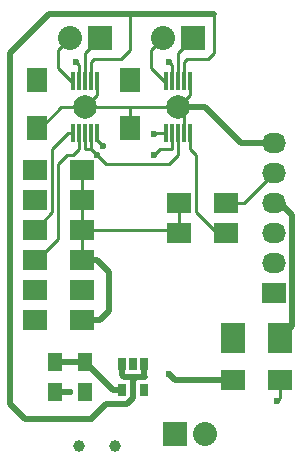
<source format=gbl>
G04 #@! TF.FileFunction,Copper,L2,Bot,Signal*
%FSLAX46Y46*%
G04 Gerber Fmt 4.6, Leading zero omitted, Abs format (unit mm)*
G04 Created by KiCad (PCBNEW 4.0.2-4+6225~38~ubuntu14.04.1-stable) date Mon 25 Apr 2016 04:48:21 PM EDT*
%MOMM*%
G01*
G04 APERTURE LIST*
%ADD10C,0.100000*%
%ADD11R,2.000000X2.500000*%
%ADD12R,1.250000X1.500000*%
%ADD13R,2.032000X1.727200*%
%ADD14O,2.032000X1.727200*%
%ADD15R,2.032000X2.032000*%
%ADD16O,2.032000X2.032000*%
%ADD17C,1.998980*%
%ADD18R,2.000000X1.700000*%
%ADD19R,1.700000X2.000000*%
%ADD20R,0.650000X1.060000*%
%ADD21R,0.300000X1.600000*%
%ADD22C,1.000760*%
%ADD23C,0.600000*%
%ADD24C,0.500000*%
%ADD25C,0.250000*%
G04 APERTURE END LIST*
D10*
D11*
X177070000Y-103124000D03*
X181070000Y-103124000D03*
D12*
X162052000Y-105176000D03*
X162052000Y-107676000D03*
X164592000Y-105176000D03*
X164592000Y-107676000D03*
D13*
X180594000Y-99314000D03*
D14*
X180594000Y-96774000D03*
X180594000Y-94234000D03*
X180594000Y-91694000D03*
X180594000Y-89154000D03*
X180594000Y-86614000D03*
D15*
X172212000Y-111252000D03*
D16*
X174752000Y-111252000D03*
D15*
X165862000Y-77724000D03*
D16*
X163322000Y-77724000D03*
D17*
X172466000Y-83566000D03*
X164592000Y-83566000D03*
D15*
X173736000Y-77724000D03*
D16*
X171196000Y-77724000D03*
D18*
X181070000Y-106680000D03*
X177070000Y-106680000D03*
D19*
X160528000Y-81312000D03*
X160528000Y-85312000D03*
X168402000Y-81312000D03*
X168402000Y-85312000D03*
D18*
X164306000Y-88900000D03*
X160306000Y-88900000D03*
X164306000Y-93980000D03*
X160306000Y-93980000D03*
X164306000Y-96520000D03*
X160306000Y-96520000D03*
X164306000Y-91440000D03*
X160306000Y-91440000D03*
X172498000Y-94234000D03*
X176498000Y-94234000D03*
X164306000Y-101600000D03*
X160306000Y-101600000D03*
X172498000Y-91694000D03*
X176498000Y-91694000D03*
X164306000Y-99060000D03*
X160306000Y-99060000D03*
D20*
X167706000Y-105326000D03*
X168656000Y-105326000D03*
X169606000Y-105326000D03*
X169606000Y-107526000D03*
X167706000Y-107526000D03*
D21*
X163592000Y-81366000D03*
X164092000Y-81366000D03*
X164592000Y-81366000D03*
X165092000Y-81366000D03*
X165592000Y-81366000D03*
X165592000Y-85766000D03*
X165092000Y-85766000D03*
X164592000Y-85766000D03*
X164092000Y-85766000D03*
X163592000Y-85766000D03*
X171466000Y-81366000D03*
X171966000Y-81366000D03*
X172466000Y-81366000D03*
X172966000Y-81366000D03*
X173466000Y-81366000D03*
X173466000Y-85766000D03*
X172966000Y-85766000D03*
X172466000Y-85766000D03*
X171966000Y-85766000D03*
X171466000Y-85766000D03*
D22*
X164106860Y-112268000D03*
X167109140Y-112268000D03*
D23*
X177292000Y-103156000D03*
X164306000Y-99060000D03*
X163322000Y-107696000D03*
X162052000Y-105176000D03*
X164338000Y-101854000D03*
X164338000Y-88900000D03*
X180848000Y-108458000D03*
X160306000Y-101600000D03*
X176498000Y-91694000D03*
X171704000Y-106172000D03*
X160528000Y-81280000D03*
X163830000Y-79756000D03*
X168402000Y-81312000D03*
X171704000Y-79756000D03*
X160528000Y-88900000D03*
X165608000Y-87630000D03*
X170434000Y-85852000D03*
X160274000Y-93980000D03*
X170434000Y-87630000D03*
X160306000Y-96520000D03*
X166116000Y-86868000D03*
X160306000Y-91440000D03*
X176530000Y-94234000D03*
X160274000Y-99060000D03*
X165100000Y-109982000D03*
D24*
X177292000Y-103156000D02*
X177260000Y-103124000D01*
X177260000Y-103124000D02*
X177070000Y-103124000D01*
X180594000Y-91694000D02*
X181102000Y-91694000D01*
X181102000Y-91694000D02*
X182118000Y-92710000D01*
X182118000Y-92710000D02*
X182118000Y-102076000D01*
X182118000Y-102076000D02*
X181070000Y-103124000D01*
X180594000Y-86614000D02*
X177800000Y-86614000D01*
X174752000Y-83566000D02*
X172466000Y-83566000D01*
X177800000Y-86614000D02*
X174752000Y-83566000D01*
D25*
X160528000Y-85312000D02*
X160814000Y-85312000D01*
X160814000Y-85312000D02*
X162560000Y-83566000D01*
X162560000Y-83566000D02*
X164592000Y-83566000D01*
X168402000Y-85312000D02*
X168402000Y-83566000D01*
X164592000Y-83566000D02*
X168402000Y-83566000D01*
X168402000Y-83566000D02*
X172466000Y-83566000D01*
X165592000Y-81366000D02*
X165592000Y-82566000D01*
X165592000Y-82566000D02*
X164592000Y-83566000D01*
X173466000Y-81366000D02*
X173466000Y-82566000D01*
X173466000Y-82566000D02*
X172466000Y-83566000D01*
X172966000Y-85766000D02*
X172966000Y-84066000D01*
X172966000Y-84066000D02*
X172466000Y-83566000D01*
D24*
X162052000Y-107676000D02*
X163302000Y-107676000D01*
X163302000Y-107676000D02*
X163322000Y-107696000D01*
D25*
X164306000Y-88900000D02*
X164306000Y-91440000D01*
X164306000Y-93980000D02*
X172244000Y-93980000D01*
X172244000Y-93980000D02*
X172498000Y-94234000D01*
D24*
X164306000Y-101600000D02*
X165862000Y-101600000D01*
X165608000Y-96520000D02*
X164306000Y-96520000D01*
X166624000Y-97536000D02*
X165608000Y-96520000D01*
X166624000Y-100838000D02*
X166624000Y-97536000D01*
X165862000Y-101600000D02*
X166624000Y-100838000D01*
X164592000Y-105176000D02*
X162052000Y-105176000D01*
X164338000Y-101854000D02*
X164306000Y-101822000D01*
X164306000Y-101822000D02*
X164306000Y-101600000D01*
X167706000Y-107526000D02*
X166942000Y-107526000D01*
X166942000Y-107526000D02*
X164592000Y-105176000D01*
D25*
X172498000Y-91694000D02*
X172498000Y-94234000D01*
X164338000Y-88900000D02*
X164306000Y-88932000D01*
X164306000Y-88932000D02*
X164306000Y-93980000D01*
X164306000Y-93980000D02*
X164306000Y-96520000D01*
X181070000Y-108236000D02*
X181070000Y-106680000D01*
X180848000Y-108458000D02*
X181070000Y-108236000D01*
X176498000Y-91694000D02*
X178054000Y-91694000D01*
X178054000Y-91694000D02*
X180594000Y-89154000D01*
X164592000Y-81366000D02*
X164592000Y-78994000D01*
X164592000Y-78994000D02*
X165862000Y-77724000D01*
X163592000Y-81366000D02*
X163408000Y-81366000D01*
X162306000Y-78740000D02*
X163322000Y-77724000D01*
X162306000Y-80264000D02*
X162306000Y-78740000D01*
X163408000Y-81366000D02*
X162306000Y-80264000D01*
X172466000Y-81366000D02*
X172466000Y-78994000D01*
X172466000Y-78994000D02*
X173736000Y-77724000D01*
X171466000Y-81366000D02*
X171282000Y-81366000D01*
X170180000Y-78740000D02*
X171196000Y-77724000D01*
X170180000Y-80264000D02*
X170180000Y-78740000D01*
X171282000Y-81366000D02*
X170180000Y-80264000D01*
D24*
X171704000Y-106172000D02*
X172212000Y-106680000D01*
X172212000Y-106680000D02*
X177070000Y-106680000D01*
D25*
X164092000Y-81366000D02*
X164092000Y-80018000D01*
X160528000Y-81280000D02*
X160528000Y-81312000D01*
X164092000Y-80018000D02*
X163830000Y-79756000D01*
X171966000Y-80018000D02*
X171704000Y-79756000D01*
X171966000Y-81366000D02*
X171966000Y-80018000D01*
X172466000Y-85766000D02*
X172466000Y-87630000D01*
X166370000Y-88392000D02*
X165608000Y-87630000D01*
X171704000Y-88392000D02*
X166370000Y-88392000D01*
X172466000Y-87630000D02*
X171704000Y-88392000D01*
X164846000Y-87122000D02*
X165100000Y-87122000D01*
X165100000Y-87122000D02*
X165608000Y-87630000D01*
X160528000Y-88900000D02*
X160306000Y-88900000D01*
X164592000Y-85766000D02*
X164592000Y-87122000D01*
X165092000Y-87114000D02*
X165092000Y-85766000D01*
X165100000Y-87122000D02*
X165092000Y-87114000D01*
X164592000Y-87122000D02*
X164846000Y-87122000D01*
X170520000Y-85766000D02*
X171466000Y-85766000D01*
X170434000Y-85852000D02*
X170520000Y-85766000D01*
X163592000Y-85766000D02*
X163154000Y-85766000D01*
X161798000Y-92488000D02*
X160306000Y-93980000D01*
X161798000Y-87122000D02*
X161798000Y-92488000D01*
X163154000Y-85766000D02*
X161798000Y-87122000D01*
X160274000Y-93980000D02*
X160306000Y-93980000D01*
X171966000Y-87114000D02*
X171966000Y-85766000D01*
X171958000Y-87122000D02*
X171966000Y-87114000D01*
X170942000Y-87122000D02*
X171958000Y-87122000D01*
X170434000Y-87630000D02*
X170942000Y-87122000D01*
X160306000Y-96520000D02*
X160528000Y-96520000D01*
X160528000Y-96520000D02*
X162306000Y-94742000D01*
X164092000Y-87114000D02*
X164092000Y-85766000D01*
X163576000Y-87630000D02*
X164092000Y-87114000D01*
X163068000Y-87630000D02*
X163576000Y-87630000D01*
X162306000Y-88392000D02*
X163068000Y-87630000D01*
X162306000Y-94742000D02*
X162306000Y-88392000D01*
X165592000Y-85766000D02*
X165592000Y-86344000D01*
X165592000Y-86344000D02*
X166116000Y-86868000D01*
X176498000Y-94234000D02*
X175768000Y-94234000D01*
X175768000Y-94234000D02*
X173990000Y-92456000D01*
X173466000Y-87106000D02*
X173466000Y-85766000D01*
X173990000Y-87630000D02*
X173466000Y-87106000D01*
X173990000Y-92456000D02*
X173990000Y-87630000D01*
X176530000Y-94234000D02*
X176498000Y-94234000D01*
X160274000Y-99060000D02*
X160306000Y-99060000D01*
X172966000Y-81366000D02*
X172966000Y-79764000D01*
D24*
X175514000Y-75692000D02*
X168402000Y-75692000D01*
D25*
X175514000Y-78994000D02*
X175514000Y-75692000D01*
X175006000Y-79502000D02*
X175514000Y-78994000D01*
X173228000Y-79502000D02*
X175006000Y-79502000D01*
X172966000Y-79764000D02*
X173228000Y-79502000D01*
X165092000Y-81366000D02*
X165092000Y-79764000D01*
X168402000Y-78740000D02*
X168402000Y-75692000D01*
X167640000Y-79502000D02*
X168402000Y-78740000D01*
X165354000Y-79502000D02*
X167640000Y-79502000D01*
X165092000Y-79764000D02*
X165354000Y-79502000D01*
D24*
X165100000Y-109982000D02*
X159512000Y-109982000D01*
X161544000Y-75692000D02*
X168402000Y-75692000D01*
X158242000Y-78994000D02*
X161544000Y-75692000D01*
X158242000Y-108712000D02*
X158242000Y-78994000D01*
X159512000Y-109982000D02*
X158242000Y-108712000D01*
X167706000Y-105326000D02*
X167706000Y-106238000D01*
X167894000Y-106426000D02*
X168910000Y-106426000D01*
X167706000Y-106238000D02*
X167894000Y-106426000D01*
X169606000Y-106360000D02*
X169606000Y-105326000D01*
X169672000Y-106426000D02*
X169606000Y-106360000D01*
X168910000Y-106426000D02*
X169672000Y-106426000D01*
X168656000Y-106680000D02*
X168910000Y-106426000D01*
X168656000Y-108204000D02*
X168656000Y-106680000D01*
X168148000Y-108712000D02*
X168656000Y-108204000D01*
X166370000Y-108712000D02*
X168148000Y-108712000D01*
X165100000Y-109982000D02*
X166370000Y-108712000D01*
M02*

</source>
